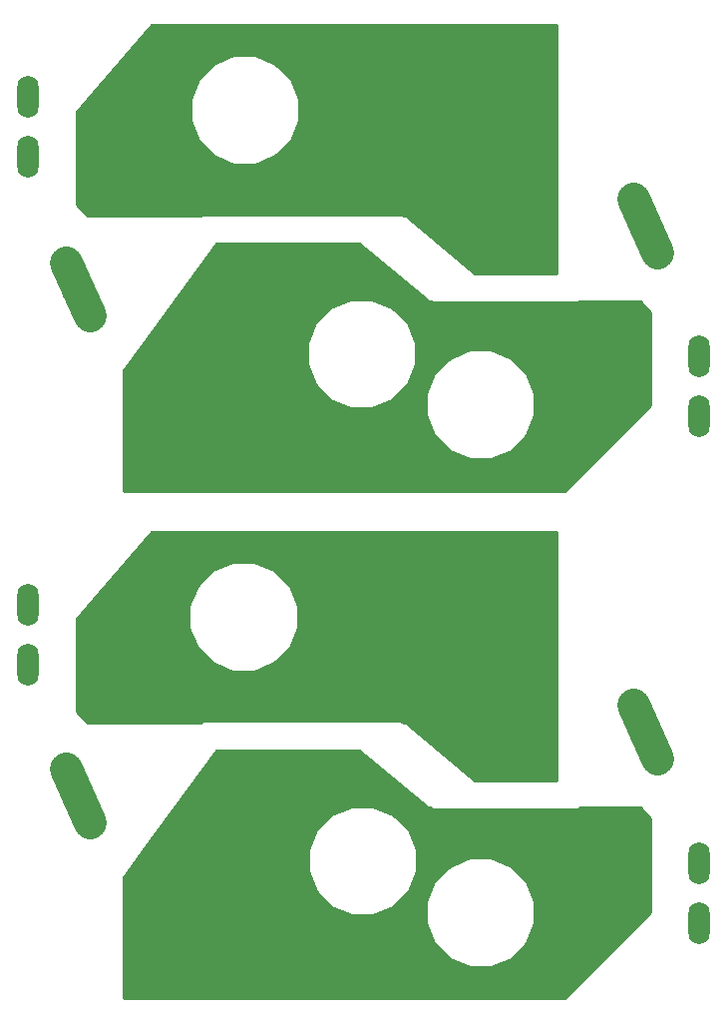
<source format=gbr>
G04 #@! TF.GenerationSoftware,KiCad,Pcbnew,(5.0.0)*
G04 #@! TF.CreationDate,2018-11-19T08:21:14+02:00*
G04 #@! TF.ProjectId,tp_x2,74705F78322E6B696361645F70636200,3*
G04 #@! TF.SameCoordinates,Original*
G04 #@! TF.FileFunction,Copper,L2,Bot,Signal*
G04 #@! TF.FilePolarity,Positive*
%FSLAX46Y46*%
G04 Gerber Fmt 4.6, Leading zero omitted, Abs format (unit mm)*
G04 Created by KiCad (PCBNEW (5.0.0)) date 11/19/18 08:21:14*
%MOMM*%
%LPD*%
G01*
G04 APERTURE LIST*
G04 #@! TA.AperFunction,ComponentPad*
%ADD10O,3.600000X1.800000*%
G04 #@! TD*
G04 #@! TA.AperFunction,ComponentPad*
%ADD11C,2.800000*%
G04 #@! TD*
G04 #@! TA.AperFunction,Conductor*
%ADD12C,2.800000*%
G04 #@! TD*
G04 #@! TA.AperFunction,ComponentPad*
%ADD13O,1.800000X3.600000*%
G04 #@! TD*
G04 #@! TA.AperFunction,ComponentPad*
%ADD14C,2.499360*%
G04 #@! TD*
G04 #@! TA.AperFunction,ViaPad*
%ADD15C,2.200000*%
G04 #@! TD*
G04 #@! TA.AperFunction,Conductor*
%ADD16C,0.254000*%
G04 #@! TD*
G04 APERTURE END LIST*
D10*
G04 #@! TO.P,X3,1*
G04 #@! TO.N,/LD1*
X109920000Y-127000000D03*
X115000000Y-127000000D03*
G04 #@! TD*
D11*
G04 #@! TO.P,V1.2,2*
G04 #@! TO.N,Net-(D4-Pad1)*
X134430862Y-106693548D03*
D12*
G04 #@! TD*
G04 #@! TO.N,Net-(D4-Pad1)*
G04 #@! TO.C,V1.2*
X135447704Y-108977412D02*
X133414020Y-104409684D01*
D11*
G04 #@! TO.P,V1.2,1*
G04 #@! TO.N,/PH1*
X123216375Y-105968774D03*
D12*
G04 #@! TD*
G04 #@! TO.N,/PH1*
G04 #@! TO.C,V1.2*
X124850292Y-103452762D02*
X121582458Y-108484786D01*
D11*
G04 #@! TO.P,V1.2,3*
G04 #@! TO.N,/LD1*
X129684811Y-115654296D03*
D12*
G04 #@! TD*
G04 #@! TO.N,/LD1*
G04 #@! TO.C,V1.2*
X132639234Y-115133351D02*
X126730388Y-116175241D01*
D11*
G04 #@! TO.P,V2.1,2*
G04 #@! TO.N,Net-(D1-Pad1)*
X86269138Y-69106452D03*
D12*
G04 #@! TD*
G04 #@! TO.N,Net-(D1-Pad1)*
G04 #@! TO.C,V2.1*
X85252296Y-66822588D02*
X87285980Y-71390316D01*
D11*
G04 #@! TO.P,V2.1,1*
G04 #@! TO.N,/LD3*
X97483625Y-69831226D03*
D12*
G04 #@! TD*
G04 #@! TO.N,/LD3*
G04 #@! TO.C,V2.1*
X95849708Y-72347238D02*
X99117542Y-67315214D01*
D11*
G04 #@! TO.P,V2.1,3*
G04 #@! TO.N,/PH3*
X91015189Y-60145704D03*
D12*
G04 #@! TD*
G04 #@! TO.N,/PH3*
G04 #@! TO.C,V2.1*
X88060766Y-60666649D02*
X93969612Y-59624759D01*
D11*
G04 #@! TO.P,V1.1,2*
G04 #@! TO.N,Net-(D3-Pad1)*
X86269138Y-112106452D03*
D12*
G04 #@! TD*
G04 #@! TO.N,Net-(D3-Pad1)*
G04 #@! TO.C,V1.1*
X85252296Y-109822588D02*
X87285980Y-114390316D01*
D11*
G04 #@! TO.P,V1.1,1*
G04 #@! TO.N,/LD1*
X97483625Y-112831226D03*
D12*
G04 #@! TD*
G04 #@! TO.N,/LD1*
G04 #@! TO.C,V1.1*
X95849708Y-115347238D02*
X99117542Y-110315214D01*
D11*
G04 #@! TO.P,V1.1,3*
G04 #@! TO.N,/PH1*
X91015189Y-103145704D03*
D12*
G04 #@! TD*
G04 #@! TO.N,/PH1*
G04 #@! TO.C,V1.1*
X88060766Y-103666649D02*
X93969612Y-102624759D01*
D11*
G04 #@! TO.P,V2.2,2*
G04 #@! TO.N,Net-(D2-Pad1)*
X134430862Y-63693548D03*
D12*
G04 #@! TD*
G04 #@! TO.N,Net-(D2-Pad1)*
G04 #@! TO.C,V2.2*
X135447704Y-65977412D02*
X133414020Y-61409684D01*
D11*
G04 #@! TO.P,V2.2,1*
G04 #@! TO.N,/PH3*
X123216375Y-62968774D03*
D12*
G04 #@! TD*
G04 #@! TO.N,/PH3*
G04 #@! TO.C,V2.2*
X124850292Y-60452762D02*
X121582458Y-65484786D01*
D11*
G04 #@! TO.P,V2.2,3*
G04 #@! TO.N,/LD3*
X129684811Y-72654296D03*
D12*
G04 #@! TD*
G04 #@! TO.N,/LD3*
G04 #@! TO.C,V2.2*
X132639234Y-72133351D02*
X126730388Y-73175241D01*
D13*
G04 #@! TO.P,X14,1*
G04 #@! TO.N,/CTRL3B*
X139000000Y-74860000D03*
X139000000Y-79940000D03*
G04 #@! TD*
G04 #@! TO.P,X17,1*
G04 #@! TO.N,/CTRL3A*
X82000000Y-52800000D03*
X82000000Y-57880000D03*
G04 #@! TD*
D10*
G04 #@! TO.P,X26,1*
G04 #@! TO.N,/PH3*
X110000000Y-59800000D03*
X104920000Y-59800000D03*
G04 #@! TD*
D13*
G04 #@! TO.P,X7,1*
G04 #@! TO.N,/CTRL1B*
X139000000Y-122940000D03*
X139000000Y-117860000D03*
G04 #@! TD*
D10*
G04 #@! TO.P,X12,1*
G04 #@! TO.N,/PH1*
X110000000Y-102800000D03*
X104920000Y-102800000D03*
G04 #@! TD*
D13*
G04 #@! TO.P,X9,1*
G04 #@! TO.N,/CTRL1A*
X82000000Y-95920000D03*
X82000000Y-101000000D03*
G04 #@! TD*
D10*
G04 #@! TO.P,X6,1*
G04 #@! TO.N,/LD3*
X115040000Y-84000000D03*
X109960000Y-84000000D03*
G04 #@! TD*
D11*
G04 #@! TO.P,X1,1*
G04 #@! TO.N,/LD1*
X103000000Y-127100000D03*
X98000000Y-127100000D03*
X93000000Y-127100000D03*
X103000000Y-120000000D03*
X98000000Y-120000000D03*
X93000000Y-120000000D03*
G04 #@! TD*
G04 #@! TO.P,X2,1*
G04 #@! TO.N,/PH1*
X114000000Y-91900000D03*
X119000000Y-91900000D03*
X124000000Y-91900000D03*
X114000000Y-99000000D03*
X119000000Y-99000000D03*
X124000000Y-99000000D03*
G04 #@! TD*
G04 #@! TO.P,X4,1*
G04 #@! TO.N,/LD3*
X103100000Y-83800000D03*
X98100000Y-83800000D03*
X93100000Y-83800000D03*
X103100000Y-76700000D03*
X98100000Y-76700000D03*
X93100000Y-76700000D03*
G04 #@! TD*
G04 #@! TO.P,X5,1*
G04 #@! TO.N,/PH3*
X114000000Y-48900000D03*
X119000000Y-48900000D03*
X124000000Y-48900000D03*
X114000000Y-56000000D03*
X119000000Y-56000000D03*
X124000000Y-56000000D03*
G04 #@! TD*
D14*
G04 #@! TO.P,H1,1*
G04 #@! TO.N,/LD1*
X111500000Y-111500000D03*
G04 #@! TD*
G04 #@! TO.P,H2,1*
G04 #@! TO.N,/PH1*
X118005382Y-107398781D03*
G04 #@! TD*
G04 #@! TO.P,H3,1*
G04 #@! TO.N,/LD3*
X111500000Y-68500000D03*
G04 #@! TD*
G04 #@! TO.P,H4,1*
G04 #@! TO.N,/PH3*
X118005382Y-64398781D03*
G04 #@! TD*
D15*
G04 #@! TO.N,/LD1*
X100500000Y-116000000D03*
X103000000Y-111500000D03*
X107000000Y-110000000D03*
X117500000Y-115500000D03*
X122500000Y-115500000D03*
X130500000Y-119000000D03*
X125500000Y-127500000D03*
G04 #@! TO.N,/PH1*
X96000000Y-92000000D03*
X105000000Y-92000000D03*
X109500000Y-94500000D03*
X108000000Y-98500000D03*
X91000000Y-100000000D03*
X96500000Y-104500000D03*
X100500000Y-103500000D03*
X116000000Y-104000000D03*
X120500000Y-103000000D03*
G04 #@! TO.N,/LD3*
X100500000Y-72500000D03*
X103000000Y-68500000D03*
X107000000Y-67500000D03*
X117500000Y-72500000D03*
X122500000Y-72500000D03*
X125500000Y-84500000D03*
X130500000Y-76000000D03*
G04 #@! TO.N,/PH3*
X91000000Y-57000000D03*
X96000000Y-49000000D03*
X105000000Y-49000000D03*
X109500000Y-51000000D03*
X108000000Y-55500000D03*
X96500000Y-61500000D03*
X100500000Y-60500000D03*
X120500000Y-59500000D03*
X116000000Y-61000000D03*
G04 #@! TD*
D16*
G04 #@! TO.N,/PH3*
G36*
X126873000Y-67765000D02*
X119916380Y-67765000D01*
X114081303Y-62902436D01*
X114037778Y-62878749D01*
X114000000Y-62873000D01*
X113884592Y-62873000D01*
X113786783Y-62807646D01*
X113572388Y-62765000D01*
X113500000Y-62750601D01*
X113427612Y-62765000D01*
X97072388Y-62765000D01*
X97000000Y-62750601D01*
X96927612Y-62765000D01*
X96713217Y-62807646D01*
X96615408Y-62873000D01*
X87052606Y-62873000D01*
X86127000Y-61947394D01*
X86127000Y-54047718D01*
X87062967Y-52978041D01*
X95765000Y-52978041D01*
X95765000Y-54821959D01*
X96470637Y-56525517D01*
X97774483Y-57829363D01*
X99478041Y-58535000D01*
X101321959Y-58535000D01*
X103025517Y-57829363D01*
X104329363Y-56525517D01*
X105035000Y-54821959D01*
X105035000Y-52978041D01*
X104329363Y-51274483D01*
X103025517Y-49970637D01*
X101321959Y-49265000D01*
X99478041Y-49265000D01*
X97774483Y-49970637D01*
X96470637Y-51274483D01*
X95765000Y-52978041D01*
X87062967Y-52978041D01*
X92525628Y-46735000D01*
X126873000Y-46735000D01*
X126873000Y-67765000D01*
X126873000Y-67765000D01*
G37*
X126873000Y-67765000D02*
X119916380Y-67765000D01*
X114081303Y-62902436D01*
X114037778Y-62878749D01*
X114000000Y-62873000D01*
X113884592Y-62873000D01*
X113786783Y-62807646D01*
X113572388Y-62765000D01*
X113500000Y-62750601D01*
X113427612Y-62765000D01*
X97072388Y-62765000D01*
X97000000Y-62750601D01*
X96927612Y-62765000D01*
X96713217Y-62807646D01*
X96615408Y-62873000D01*
X87052606Y-62873000D01*
X86127000Y-61947394D01*
X86127000Y-54047718D01*
X87062967Y-52978041D01*
X95765000Y-52978041D01*
X95765000Y-54821959D01*
X96470637Y-56525517D01*
X97774483Y-57829363D01*
X99478041Y-58535000D01*
X101321959Y-58535000D01*
X103025517Y-57829363D01*
X104329363Y-56525517D01*
X105035000Y-54821959D01*
X105035000Y-52978041D01*
X104329363Y-51274483D01*
X103025517Y-49970637D01*
X101321959Y-49265000D01*
X99478041Y-49265000D01*
X97774483Y-49970637D01*
X96470637Y-51274483D01*
X95765000Y-52978041D01*
X87062967Y-52978041D01*
X92525628Y-46735000D01*
X126873000Y-46735000D01*
X126873000Y-67765000D01*
G04 #@! TO.N,/LD3*
G36*
X115918697Y-70097564D02*
X115962222Y-70121251D01*
X116000000Y-70127000D01*
X116115408Y-70127000D01*
X116213217Y-70192354D01*
X116500000Y-70249399D01*
X116572388Y-70235000D01*
X128427612Y-70235000D01*
X128500000Y-70249399D01*
X128572388Y-70235000D01*
X128786783Y-70192354D01*
X128884592Y-70127000D01*
X133947394Y-70127000D01*
X134873000Y-71052606D01*
X134873000Y-78947394D01*
X127555394Y-86265000D01*
X90127000Y-86265000D01*
X90127000Y-76041298D01*
X91845732Y-73678041D01*
X105665000Y-73678041D01*
X105665000Y-75521959D01*
X106370637Y-77225517D01*
X107674483Y-78529363D01*
X109378041Y-79235000D01*
X111221959Y-79235000D01*
X112925517Y-78529363D01*
X113476839Y-77978041D01*
X115765000Y-77978041D01*
X115765000Y-79821959D01*
X116470637Y-81525517D01*
X117774483Y-82829363D01*
X119478041Y-83535000D01*
X121321959Y-83535000D01*
X123025517Y-82829363D01*
X124329363Y-81525517D01*
X125035000Y-79821959D01*
X125035000Y-77978041D01*
X124329363Y-76274483D01*
X123025517Y-74970637D01*
X121321959Y-74265000D01*
X119478041Y-74265000D01*
X117774483Y-74970637D01*
X116470637Y-76274483D01*
X115765000Y-77978041D01*
X113476839Y-77978041D01*
X114229363Y-77225517D01*
X114935000Y-75521959D01*
X114935000Y-73678041D01*
X114229363Y-71974483D01*
X112925517Y-70670637D01*
X111221959Y-69965000D01*
X109378041Y-69965000D01*
X107674483Y-70670637D01*
X106370637Y-71974483D01*
X105665000Y-73678041D01*
X91845732Y-73678041D01*
X97986126Y-65235000D01*
X110083620Y-65235000D01*
X115918697Y-70097564D01*
X115918697Y-70097564D01*
G37*
X115918697Y-70097564D02*
X115962222Y-70121251D01*
X116000000Y-70127000D01*
X116115408Y-70127000D01*
X116213217Y-70192354D01*
X116500000Y-70249399D01*
X116572388Y-70235000D01*
X128427612Y-70235000D01*
X128500000Y-70249399D01*
X128572388Y-70235000D01*
X128786783Y-70192354D01*
X128884592Y-70127000D01*
X133947394Y-70127000D01*
X134873000Y-71052606D01*
X134873000Y-78947394D01*
X127555394Y-86265000D01*
X90127000Y-86265000D01*
X90127000Y-76041298D01*
X91845732Y-73678041D01*
X105665000Y-73678041D01*
X105665000Y-75521959D01*
X106370637Y-77225517D01*
X107674483Y-78529363D01*
X109378041Y-79235000D01*
X111221959Y-79235000D01*
X112925517Y-78529363D01*
X113476839Y-77978041D01*
X115765000Y-77978041D01*
X115765000Y-79821959D01*
X116470637Y-81525517D01*
X117774483Y-82829363D01*
X119478041Y-83535000D01*
X121321959Y-83535000D01*
X123025517Y-82829363D01*
X124329363Y-81525517D01*
X125035000Y-79821959D01*
X125035000Y-77978041D01*
X124329363Y-76274483D01*
X123025517Y-74970637D01*
X121321959Y-74265000D01*
X119478041Y-74265000D01*
X117774483Y-74970637D01*
X116470637Y-76274483D01*
X115765000Y-77978041D01*
X113476839Y-77978041D01*
X114229363Y-77225517D01*
X114935000Y-75521959D01*
X114935000Y-73678041D01*
X114229363Y-71974483D01*
X112925517Y-70670637D01*
X111221959Y-69965000D01*
X109378041Y-69965000D01*
X107674483Y-70670637D01*
X106370637Y-71974483D01*
X105665000Y-73678041D01*
X91845732Y-73678041D01*
X97986126Y-65235000D01*
X110083620Y-65235000D01*
X115918697Y-70097564D01*
G04 #@! TO.N,/PH1*
G36*
X126873000Y-110765000D02*
X119916380Y-110765000D01*
X114081303Y-105902436D01*
X114037778Y-105878749D01*
X114000000Y-105873000D01*
X113884592Y-105873000D01*
X113786783Y-105807646D01*
X113572388Y-105765000D01*
X113500000Y-105750601D01*
X113427612Y-105765000D01*
X97072388Y-105765000D01*
X97000000Y-105750601D01*
X96927612Y-105765000D01*
X96713217Y-105807646D01*
X96615408Y-105873000D01*
X87052606Y-105873000D01*
X86127000Y-104947394D01*
X86127000Y-97047718D01*
X87062967Y-95978041D01*
X95665000Y-95978041D01*
X95665000Y-97821959D01*
X96370637Y-99525517D01*
X97674483Y-100829363D01*
X99378041Y-101535000D01*
X101221959Y-101535000D01*
X102925517Y-100829363D01*
X104229363Y-99525517D01*
X104935000Y-97821959D01*
X104935000Y-95978041D01*
X104229363Y-94274483D01*
X102925517Y-92970637D01*
X101221959Y-92265000D01*
X99378041Y-92265000D01*
X97674483Y-92970637D01*
X96370637Y-94274483D01*
X95665000Y-95978041D01*
X87062967Y-95978041D01*
X92525628Y-89735000D01*
X126873000Y-89735000D01*
X126873000Y-110765000D01*
X126873000Y-110765000D01*
G37*
X126873000Y-110765000D02*
X119916380Y-110765000D01*
X114081303Y-105902436D01*
X114037778Y-105878749D01*
X114000000Y-105873000D01*
X113884592Y-105873000D01*
X113786783Y-105807646D01*
X113572388Y-105765000D01*
X113500000Y-105750601D01*
X113427612Y-105765000D01*
X97072388Y-105765000D01*
X97000000Y-105750601D01*
X96927612Y-105765000D01*
X96713217Y-105807646D01*
X96615408Y-105873000D01*
X87052606Y-105873000D01*
X86127000Y-104947394D01*
X86127000Y-97047718D01*
X87062967Y-95978041D01*
X95665000Y-95978041D01*
X95665000Y-97821959D01*
X96370637Y-99525517D01*
X97674483Y-100829363D01*
X99378041Y-101535000D01*
X101221959Y-101535000D01*
X102925517Y-100829363D01*
X104229363Y-99525517D01*
X104935000Y-97821959D01*
X104935000Y-95978041D01*
X104229363Y-94274483D01*
X102925517Y-92970637D01*
X101221959Y-92265000D01*
X99378041Y-92265000D01*
X97674483Y-92970637D01*
X96370637Y-94274483D01*
X95665000Y-95978041D01*
X87062967Y-95978041D01*
X92525628Y-89735000D01*
X126873000Y-89735000D01*
X126873000Y-110765000D01*
G04 #@! TO.N,/LD1*
G36*
X115918697Y-113097564D02*
X115962222Y-113121251D01*
X116000000Y-113127000D01*
X116115408Y-113127000D01*
X116213217Y-113192354D01*
X116500000Y-113249399D01*
X116572388Y-113235000D01*
X128427612Y-113235000D01*
X128500000Y-113249399D01*
X128572388Y-113235000D01*
X128786783Y-113192354D01*
X128884592Y-113127000D01*
X133947394Y-113127000D01*
X134873000Y-114052606D01*
X134873000Y-121947394D01*
X127555394Y-129265000D01*
X90127000Y-129265000D01*
X90127000Y-119041298D01*
X91845732Y-116678041D01*
X105765000Y-116678041D01*
X105765000Y-118521959D01*
X106470637Y-120225517D01*
X107774483Y-121529363D01*
X109478041Y-122235000D01*
X111321959Y-122235000D01*
X113025517Y-121529363D01*
X113476839Y-121078041D01*
X115765000Y-121078041D01*
X115765000Y-122921959D01*
X116470637Y-124625517D01*
X117774483Y-125929363D01*
X119478041Y-126635000D01*
X121321959Y-126635000D01*
X123025517Y-125929363D01*
X124329363Y-124625517D01*
X125035000Y-122921959D01*
X125035000Y-121078041D01*
X124329363Y-119374483D01*
X123025517Y-118070637D01*
X121321959Y-117365000D01*
X119478041Y-117365000D01*
X117774483Y-118070637D01*
X116470637Y-119374483D01*
X115765000Y-121078041D01*
X113476839Y-121078041D01*
X114329363Y-120225517D01*
X115035000Y-118521959D01*
X115035000Y-116678041D01*
X114329363Y-114974483D01*
X113025517Y-113670637D01*
X111321959Y-112965000D01*
X109478041Y-112965000D01*
X107774483Y-113670637D01*
X106470637Y-114974483D01*
X105765000Y-116678041D01*
X91845732Y-116678041D01*
X97986126Y-108235000D01*
X110083620Y-108235000D01*
X115918697Y-113097564D01*
X115918697Y-113097564D01*
G37*
X115918697Y-113097564D02*
X115962222Y-113121251D01*
X116000000Y-113127000D01*
X116115408Y-113127000D01*
X116213217Y-113192354D01*
X116500000Y-113249399D01*
X116572388Y-113235000D01*
X128427612Y-113235000D01*
X128500000Y-113249399D01*
X128572388Y-113235000D01*
X128786783Y-113192354D01*
X128884592Y-113127000D01*
X133947394Y-113127000D01*
X134873000Y-114052606D01*
X134873000Y-121947394D01*
X127555394Y-129265000D01*
X90127000Y-129265000D01*
X90127000Y-119041298D01*
X91845732Y-116678041D01*
X105765000Y-116678041D01*
X105765000Y-118521959D01*
X106470637Y-120225517D01*
X107774483Y-121529363D01*
X109478041Y-122235000D01*
X111321959Y-122235000D01*
X113025517Y-121529363D01*
X113476839Y-121078041D01*
X115765000Y-121078041D01*
X115765000Y-122921959D01*
X116470637Y-124625517D01*
X117774483Y-125929363D01*
X119478041Y-126635000D01*
X121321959Y-126635000D01*
X123025517Y-125929363D01*
X124329363Y-124625517D01*
X125035000Y-122921959D01*
X125035000Y-121078041D01*
X124329363Y-119374483D01*
X123025517Y-118070637D01*
X121321959Y-117365000D01*
X119478041Y-117365000D01*
X117774483Y-118070637D01*
X116470637Y-119374483D01*
X115765000Y-121078041D01*
X113476839Y-121078041D01*
X114329363Y-120225517D01*
X115035000Y-118521959D01*
X115035000Y-116678041D01*
X114329363Y-114974483D01*
X113025517Y-113670637D01*
X111321959Y-112965000D01*
X109478041Y-112965000D01*
X107774483Y-113670637D01*
X106470637Y-114974483D01*
X105765000Y-116678041D01*
X91845732Y-116678041D01*
X97986126Y-108235000D01*
X110083620Y-108235000D01*
X115918697Y-113097564D01*
G04 #@! TD*
M02*

</source>
